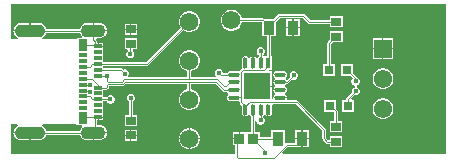
<source format=gtl>
G04*
G04 #@! TF.GenerationSoftware,Altium Limited,Altium Designer,21.2.2 (38)*
G04*
G04 Layer_Physical_Order=1*
G04 Layer_Color=255*
%FSLAX25Y25*%
%MOIN*%
G70*
G04*
G04 #@! TF.SameCoordinates,D102F6C4-1F96-4035-BECF-554025CD0FF2*
G04*
G04*
G04 #@! TF.FilePolarity,Positive*
G04*
G01*
G75*
%ADD15R,0.02756X0.01181*%
%ADD16R,0.02756X0.03937*%
%ADD17R,0.03394X0.02894*%
%ADD18R,0.09055X0.09055*%
G04:AMPARAMS|DCode=19|XSize=15.75mil|YSize=37.4mil|CornerRadius=7.87mil|HoleSize=0mil|Usage=FLASHONLY|Rotation=270.000|XOffset=0mil|YOffset=0mil|HoleType=Round|Shape=RoundedRectangle|*
%AMROUNDEDRECTD19*
21,1,0.01575,0.02165,0,0,270.0*
21,1,0.00000,0.03740,0,0,270.0*
1,1,0.01575,-0.01083,0.00000*
1,1,0.01575,-0.01083,0.00000*
1,1,0.01575,0.01083,0.00000*
1,1,0.01575,0.01083,0.00000*
%
%ADD19ROUNDEDRECTD19*%
G04:AMPARAMS|DCode=20|XSize=37.4mil|YSize=15.75mil|CornerRadius=7.87mil|HoleSize=0mil|Usage=FLASHONLY|Rotation=270.000|XOffset=0mil|YOffset=0mil|HoleType=Round|Shape=RoundedRectangle|*
%AMROUNDEDRECTD20*
21,1,0.03740,0.00000,0,0,270.0*
21,1,0.02165,0.01575,0,0,270.0*
1,1,0.01575,0.00000,-0.01083*
1,1,0.01575,0.00000,0.01083*
1,1,0.01575,0.00000,0.01083*
1,1,0.01575,0.00000,-0.01083*
%
%ADD20ROUNDEDRECTD20*%
%ADD21R,0.01575X0.03740*%
%ADD22R,0.03765X0.04749*%
%ADD23R,0.03347X0.02756*%
%ADD24R,0.03150X0.03150*%
%ADD25R,0.03563X0.03568*%
G04:AMPARAMS|DCode=27|XSize=43.31mil|YSize=82.68mil|CornerRadius=21.65mil|HoleSize=0mil|Usage=FLASHONLY|Rotation=270.000|XOffset=0mil|YOffset=0mil|HoleType=Round|Shape=RoundedRectangle|*
%AMROUNDEDRECTD27*
21,1,0.04331,0.03937,0,0,270.0*
21,1,0.00000,0.08268,0,0,270.0*
1,1,0.04331,-0.01968,0.00000*
1,1,0.04331,-0.01968,0.00000*
1,1,0.04331,0.01968,0.00000*
1,1,0.04331,0.01968,0.00000*
%
%ADD27ROUNDEDRECTD27*%
G04:AMPARAMS|DCode=28|XSize=43.31mil|YSize=102.36mil|CornerRadius=21.65mil|HoleSize=0mil|Usage=FLASHONLY|Rotation=270.000|XOffset=0mil|YOffset=0mil|HoleType=Round|Shape=RoundedRectangle|*
%AMROUNDEDRECTD28*
21,1,0.04331,0.05906,0,0,270.0*
21,1,0.00000,0.10236,0,0,270.0*
1,1,0.04331,-0.02953,0.00000*
1,1,0.04331,-0.02953,0.00000*
1,1,0.04331,0.02953,0.00000*
1,1,0.04331,0.02953,0.00000*
%
%ADD28ROUNDEDRECTD28*%
%ADD31C,0.06181*%
%ADD33C,0.00400*%
%ADD34R,0.06102X0.06102*%
%ADD35C,0.06102*%
%ADD36C,0.01772*%
G36*
X147500Y2500D02*
X93177D01*
X92986Y2962D01*
X94700Y4676D01*
X97889D01*
X98008Y4726D01*
X99371D01*
Y7300D01*
X97289D01*
Y5975D01*
X94431D01*
X94282Y5914D01*
X93782Y6248D01*
Y10274D01*
X89218D01*
Y8149D01*
X85546D01*
Y9684D01*
X83870D01*
Y13275D01*
X84349Y13326D01*
X84560Y12817D01*
X84950Y12427D01*
X85459Y12216D01*
X86010D01*
X86520Y12427D01*
X86910Y12817D01*
X87120Y13326D01*
Y13877D01*
X86910Y14387D01*
X86588Y14708D01*
X86584Y15091D01*
X86800Y15507D01*
X87329D01*
X87337Y15504D01*
X87483Y15286D01*
X87875Y15023D01*
X88339Y14931D01*
X88802Y15023D01*
X89195Y15286D01*
X89457Y15678D01*
X89549Y16142D01*
Y18307D01*
X89502Y18545D01*
X89829Y19045D01*
X97436D01*
X106251Y10231D01*
Y7600D01*
X106441Y7141D01*
X107501Y6080D01*
X107961Y5890D01*
X108750D01*
Y4761D01*
X112897D01*
Y8317D01*
X108750D01*
Y7189D01*
X108230D01*
X107549Y7869D01*
Y10500D01*
X107359Y10959D01*
X98165Y20154D01*
X97706Y20344D01*
X94796D01*
X94506Y20844D01*
X94529Y20961D01*
X92276D01*
Y21361D01*
X94529D01*
X94477Y21625D01*
X94214Y22017D01*
X93996Y22163D01*
X93993Y22171D01*
Y22711D01*
X93996Y22719D01*
X94214Y22864D01*
X94477Y23257D01*
X94569Y23720D01*
X94477Y24184D01*
X94214Y24577D01*
X93996Y24722D01*
X93993Y24730D01*
Y25270D01*
X93996Y25278D01*
X94214Y25423D01*
X94352Y25630D01*
X94451D01*
X94911Y25820D01*
X96356Y27265D01*
X96491Y27209D01*
X97043D01*
X97552Y27420D01*
X97942Y27810D01*
X98153Y28319D01*
Y28871D01*
X97942Y29380D01*
X97552Y29770D01*
X97043Y29981D01*
X96491D01*
X95982Y29770D01*
X95592Y29380D01*
X95381Y28871D01*
Y28319D01*
X95437Y28184D01*
X94459Y27205D01*
X94063Y27379D01*
X94046Y27870D01*
X94214Y27983D01*
X94477Y28375D01*
X94569Y28839D01*
X94477Y29302D01*
X94214Y29695D01*
X93822Y29957D01*
X93358Y30049D01*
X91193D01*
X90730Y29957D01*
X90337Y29695D01*
X90074Y29302D01*
X89982Y28839D01*
X90074Y28375D01*
X90337Y27983D01*
X90555Y27837D01*
X90558Y27829D01*
Y27289D01*
X90555Y27281D01*
X90337Y27136D01*
X90074Y26743D01*
X89982Y26280D01*
X90074Y25816D01*
X90337Y25423D01*
X90555Y25278D01*
X90558Y25270D01*
Y24730D01*
X90555Y24722D01*
X90337Y24577D01*
X90074Y24184D01*
X89982Y23720D01*
X90074Y23257D01*
X90337Y22864D01*
X90555Y22719D01*
X90558Y22711D01*
Y22171D01*
X90555Y22163D01*
X90337Y22017D01*
X90074Y21625D01*
X89982Y21161D01*
X89986Y21143D01*
X89560Y20740D01*
X89428Y20775D01*
Y24800D01*
X84500D01*
Y25200D01*
X89428D01*
Y29928D01*
X88662D01*
X88395Y30428D01*
X88447Y30505D01*
X89526D01*
Y35046D01*
X89149D01*
Y41726D01*
X90782D01*
Y46356D01*
X92277Y47851D01*
X99725D01*
X101574Y46001D01*
X102033Y45811D01*
X108927D01*
Y44683D01*
X113073D01*
Y48239D01*
X108927D01*
Y47110D01*
X102302D01*
X100453Y48959D01*
X99994Y49149D01*
X92008D01*
X91549Y48959D01*
X89864Y47274D01*
X87136D01*
X86951Y47459D01*
X86492Y47649D01*
X79440D01*
X79253Y48347D01*
X78793Y49143D01*
X78143Y49793D01*
X77347Y50253D01*
X76459Y50491D01*
X75541D01*
X74653Y50253D01*
X73857Y49793D01*
X73207Y49143D01*
X72747Y48347D01*
X72509Y47460D01*
Y46540D01*
X72747Y45653D01*
X73207Y44857D01*
X73857Y44207D01*
X74653Y43747D01*
X75541Y43509D01*
X76459D01*
X77347Y43747D01*
X78143Y44207D01*
X78793Y44857D01*
X79253Y45653D01*
X79440Y46351D01*
X86218D01*
Y41726D01*
X87851D01*
Y35046D01*
X87151D01*
Y35046D01*
X86651Y34942D01*
X86621Y34965D01*
X86592Y35160D01*
X86609Y35538D01*
X86936Y35865D01*
X87147Y36374D01*
Y36926D01*
X86936Y37435D01*
X86546Y37825D01*
X86037Y38036D01*
X85486D01*
X84976Y37825D01*
X84586Y37435D01*
X84375Y36926D01*
Y36374D01*
X84586Y35865D01*
X84976Y35475D01*
X85130Y35411D01*
Y34852D01*
X84923Y34714D01*
X84778Y34496D01*
X84770Y34493D01*
X84230D01*
X84222Y34496D01*
X84076Y34714D01*
X83684Y34977D01*
X83420Y35029D01*
Y32776D01*
X83021D01*
Y35029D01*
X82757Y34977D01*
X82364Y34714D01*
X82219Y34496D01*
X82211Y34493D01*
X81671D01*
X81663Y34496D01*
X81517Y34714D01*
X81125Y34977D01*
X80661Y35069D01*
X80198Y34977D01*
X79805Y34714D01*
X79543Y34322D01*
X79451Y33858D01*
Y31693D01*
X79543Y31230D01*
X79571Y31188D01*
X79443Y30765D01*
X78913Y30235D01*
X78879Y30152D01*
X78270Y29957D01*
X77807Y30049D01*
X75642D01*
X75178Y29957D01*
X74786Y29695D01*
X74648Y29488D01*
X73229D01*
Y29704D01*
X73018Y30213D01*
X72629Y30603D01*
X72119Y30814D01*
X71568D01*
X71059Y30603D01*
X70669Y30213D01*
X70458Y29704D01*
Y29153D01*
X70669Y28643D01*
X70828Y28484D01*
X70621Y27984D01*
X62649D01*
Y30060D01*
X63347Y30247D01*
X64143Y30707D01*
X64793Y31357D01*
X65253Y32153D01*
X65491Y33040D01*
Y33959D01*
X65253Y34847D01*
X64793Y35643D01*
X64143Y36293D01*
X63347Y36753D01*
X62459Y36991D01*
X61541D01*
X60653Y36753D01*
X59857Y36293D01*
X59207Y35643D01*
X58747Y34847D01*
X58509Y33959D01*
Y33040D01*
X58747Y32153D01*
X59207Y31357D01*
X59857Y30707D01*
X60653Y30247D01*
X61351Y30060D01*
Y28003D01*
X61331Y27984D01*
X41851D01*
X41714Y28197D01*
X41603Y28484D01*
X41786Y28924D01*
Y29476D01*
X41575Y29985D01*
X41185Y30375D01*
X40676Y30586D01*
X40124D01*
X39989Y30530D01*
X39622Y30896D01*
X39163Y31087D01*
X33353D01*
Y31756D01*
X47905D01*
X48365Y31946D01*
X60027Y43609D01*
X60653Y43247D01*
X61541Y43009D01*
X62459D01*
X63347Y43247D01*
X64143Y43707D01*
X64793Y44357D01*
X65253Y45153D01*
X65491Y46040D01*
Y46959D01*
X65253Y47847D01*
X64793Y48643D01*
X64143Y49293D01*
X63347Y49753D01*
X62459Y49991D01*
X61541D01*
X60653Y49753D01*
X59857Y49293D01*
X59207Y48643D01*
X58747Y47847D01*
X58509Y46959D01*
Y46040D01*
X58747Y45153D01*
X59109Y44527D01*
X47637Y33055D01*
X33353D01*
Y35352D01*
Y38111D01*
X31575D01*
Y38311D01*
X31375D01*
Y39302D01*
X31046D01*
Y39979D01*
X30856Y40438D01*
X31081Y40920D01*
X31929D01*
X32599Y41009D01*
X33223Y41267D01*
X33759Y41678D01*
X34170Y42214D01*
X34429Y42838D01*
X34490Y43308D01*
X29961D01*
Y43508D01*
X29761D01*
Y46095D01*
X27992D01*
X27322Y46007D01*
X26698Y45749D01*
X26162Y45338D01*
X25751Y44802D01*
X25493Y44178D01*
X25490Y44157D01*
X14313D01*
X14310Y44178D01*
X14052Y44802D01*
X13641Y45338D01*
X13105Y45749D01*
X12481Y46007D01*
X11811Y46095D01*
X9058D01*
Y43508D01*
X8858D01*
Y43308D01*
X3344D01*
X3406Y42838D01*
X3665Y42214D01*
X4076Y41678D01*
X4612Y41267D01*
X4743Y41213D01*
X4643Y40713D01*
X2500D01*
Y52500D01*
X147500D01*
Y2500D01*
D02*
G37*
G36*
X25493Y42838D02*
X25751Y42214D01*
X26162Y41678D01*
X26299Y41573D01*
X26130Y41073D01*
X24679D01*
Y41001D01*
X24179Y40694D01*
X24134Y40713D01*
X13073D01*
X12974Y41213D01*
X13105Y41267D01*
X13641Y41678D01*
X14052Y42214D01*
X14310Y42838D01*
X14313Y42858D01*
X25490D01*
X25493Y42838D01*
D02*
G37*
G36*
X73220Y23261D02*
X73680Y23071D01*
X74648D01*
X74786Y22864D01*
X75004Y22719D01*
X75007Y22711D01*
Y22171D01*
X75004Y22163D01*
X74786Y22017D01*
X74523Y21625D01*
X74431Y21161D01*
X74523Y20698D01*
X74786Y20305D01*
X75178Y20043D01*
X75642Y19951D01*
X77807D01*
X78223Y20033D01*
X78305Y20020D01*
X78723Y19744D01*
Y19596D01*
X78913Y19137D01*
X79499Y18551D01*
X79451Y18307D01*
Y16142D01*
X79543Y15678D01*
X79805Y15286D01*
X80198Y15023D01*
X80661Y14931D01*
X81125Y15023D01*
X81517Y15286D01*
X81663Y15504D01*
X81671Y15507D01*
X82211D01*
X82219Y15504D01*
X82364Y15286D01*
X82571Y15148D01*
Y9684D01*
X81183D01*
Y9684D01*
X80817D01*
Y9684D01*
X78836D01*
Y7500D01*
X78636D01*
Y7300D01*
X76454D01*
Y5316D01*
X77351D01*
Y2500D01*
X2500D01*
Y12288D01*
X4645D01*
X4744Y11788D01*
X4612Y11733D01*
X4076Y11322D01*
X3665Y10786D01*
X3406Y10162D01*
X3344Y9692D01*
X8858D01*
Y9492D01*
X9058D01*
Y6905D01*
X11811D01*
X12481Y6993D01*
X13105Y7251D01*
X13641Y7662D01*
X14052Y8198D01*
X14310Y8822D01*
X14313Y8843D01*
X25490D01*
X25493Y8822D01*
X25751Y8198D01*
X26162Y7662D01*
X26698Y7251D01*
X27322Y6993D01*
X27992Y6905D01*
X29761D01*
Y9492D01*
X29961D01*
Y9692D01*
X34490D01*
X34429Y10162D01*
X34170Y10786D01*
X33759Y11322D01*
X33223Y11733D01*
X32599Y11992D01*
X31929Y12080D01*
X31046D01*
Y13698D01*
X31375D01*
Y14689D01*
X31575D01*
Y14889D01*
X33353D01*
Y15667D01*
Y19945D01*
X34453D01*
X34503Y19823D01*
X34893Y19433D01*
X35403Y19222D01*
X35954D01*
X36463Y19433D01*
X36853Y19823D01*
X37064Y20333D01*
Y20884D01*
X36853Y21393D01*
X36463Y21783D01*
X35954Y21994D01*
X35403D01*
X34893Y21783D01*
X34503Y21393D01*
X34441Y21244D01*
X33353D01*
Y23882D01*
X34366D01*
X34825Y24072D01*
X35059Y24307D01*
X35249Y24766D01*
Y25051D01*
X39731D01*
X40191Y25241D01*
X40835Y25885D01*
X61331D01*
X61351Y25865D01*
Y23940D01*
X60653Y23753D01*
X59857Y23293D01*
X59207Y22643D01*
X58747Y21847D01*
X58509Y20959D01*
Y20041D01*
X58747Y19153D01*
X59207Y18357D01*
X59857Y17707D01*
X60653Y17247D01*
X61541Y17009D01*
X62459D01*
X63347Y17247D01*
X64143Y17707D01*
X64793Y18357D01*
X65253Y19153D01*
X65491Y20041D01*
Y20959D01*
X65253Y21847D01*
X64793Y22643D01*
X64143Y23293D01*
X63347Y23753D01*
X62649Y23940D01*
Y25885D01*
X70597D01*
X73220Y23261D01*
D02*
G37*
G36*
X24679Y12000D02*
Y11927D01*
X26130D01*
X26299Y11427D01*
X26162Y11322D01*
X25751Y10786D01*
X25493Y10162D01*
X25490Y10142D01*
X14313D01*
X14310Y10162D01*
X14052Y10786D01*
X13641Y11322D01*
X13105Y11733D01*
X12972Y11788D01*
X13072Y12288D01*
X24134D01*
X24179Y12306D01*
X24679Y12000D01*
D02*
G37*
%LPC*%
G36*
X98853Y47274D02*
X96771D01*
Y44700D01*
X98853D01*
Y47274D01*
D02*
G37*
G36*
X96371D02*
X94289D01*
Y44700D01*
X96371D01*
Y47274D01*
D02*
G37*
G36*
X44597Y45847D02*
X42700D01*
Y44200D01*
X44597D01*
Y45847D01*
D02*
G37*
G36*
X42300D02*
X40403D01*
Y44200D01*
X42300D01*
Y45847D01*
D02*
G37*
G36*
X31929Y46095D02*
X30161D01*
Y43708D01*
X34490D01*
X34429Y44178D01*
X34170Y44802D01*
X33759Y45338D01*
X33223Y45749D01*
X32599Y46007D01*
X31929Y46095D01*
D02*
G37*
G36*
X8658D02*
X5906D01*
X5236Y46007D01*
X4612Y45749D01*
X4076Y45338D01*
X3665Y44802D01*
X3406Y44178D01*
X3344Y43708D01*
X8658D01*
Y46095D01*
D02*
G37*
G36*
X44597Y43800D02*
X42700D01*
Y42153D01*
X44597D01*
Y43800D01*
D02*
G37*
G36*
X42300D02*
X40403D01*
Y42153D01*
X42300D01*
Y43800D01*
D02*
G37*
G36*
X98853Y44300D02*
X96771D01*
Y41726D01*
X98853D01*
Y44300D01*
D02*
G37*
G36*
X96371D02*
X94289D01*
Y41726D01*
X96371D01*
Y44300D01*
D02*
G37*
G36*
X33353Y39302D02*
X31775D01*
Y38511D01*
X33353D01*
Y39302D01*
D02*
G37*
G36*
X129951Y40951D02*
X126700D01*
Y37700D01*
X129951D01*
Y40951D01*
D02*
G37*
G36*
X126300D02*
X123049D01*
Y37700D01*
X126300D01*
Y40951D01*
D02*
G37*
G36*
X44597Y41001D02*
X40403D01*
Y37308D01*
X41294D01*
X41387Y37126D01*
X41448Y36808D01*
X41125Y36485D01*
X40914Y35976D01*
Y35424D01*
X41125Y34915D01*
X41515Y34525D01*
X42024Y34314D01*
X42576D01*
X43085Y34525D01*
X43475Y34915D01*
X43686Y35424D01*
Y35976D01*
X43475Y36485D01*
X43152Y36808D01*
X43213Y37126D01*
X43306Y37308D01*
X44597D01*
Y41001D01*
D02*
G37*
G36*
X129951Y37300D02*
X126700D01*
Y34049D01*
X129951D01*
Y37300D01*
D02*
G37*
G36*
X126300D02*
X123049D01*
Y34049D01*
X126300D01*
Y37300D01*
D02*
G37*
G36*
X113073Y43317D02*
X108927D01*
Y40680D01*
X108088Y39841D01*
X107898Y39382D01*
Y32475D01*
X106572D01*
Y28525D01*
X110522D01*
Y32475D01*
X109197D01*
Y39113D01*
X109845Y39761D01*
X113073D01*
Y43317D01*
D02*
G37*
G36*
X126954Y30951D02*
X126046D01*
X125168Y30716D01*
X124381Y30262D01*
X123738Y29619D01*
X123284Y28832D01*
X123049Y27954D01*
Y27046D01*
X123284Y26168D01*
X123738Y25381D01*
X124381Y24738D01*
X125168Y24284D01*
X126046Y24049D01*
X126954D01*
X127832Y24284D01*
X128619Y24738D01*
X129262Y25381D01*
X129716Y26168D01*
X129951Y27046D01*
Y27954D01*
X129716Y28832D01*
X129262Y29619D01*
X128619Y30262D01*
X127832Y30716D01*
X126954Y30951D01*
D02*
G37*
G36*
X116428Y32475D02*
X112478D01*
Y28525D01*
X115509D01*
X116437Y27597D01*
X116225Y27385D01*
X116014Y26876D01*
Y26324D01*
X116225Y25815D01*
X116615Y25425D01*
X117122Y25215D01*
X117124Y25205D01*
X117129Y24714D01*
X116714Y24542D01*
X116324Y24152D01*
X116113Y23643D01*
Y23092D01*
X116169Y22956D01*
X114446Y21233D01*
X114256Y20774D01*
Y20475D01*
X112931D01*
Y16525D01*
X116880D01*
Y20475D01*
X116232D01*
X116025Y20975D01*
X117088Y22038D01*
X117223Y21982D01*
X117774D01*
X118284Y22193D01*
X118674Y22582D01*
X118885Y23092D01*
Y23643D01*
X118674Y24152D01*
X118284Y24542D01*
X117777Y24752D01*
X117774Y24763D01*
X117770Y25253D01*
X118185Y25425D01*
X118575Y25815D01*
X118786Y26324D01*
Y26876D01*
X118575Y27385D01*
X118185Y27775D01*
X117725Y27966D01*
X117597Y28274D01*
X116428Y29444D01*
Y32475D01*
D02*
G37*
G36*
X126954Y20951D02*
X126046D01*
X125168Y20716D01*
X124381Y20262D01*
X123738Y19619D01*
X123284Y18832D01*
X123049Y17954D01*
Y17046D01*
X123284Y16168D01*
X123738Y15381D01*
X124381Y14738D01*
X125168Y14284D01*
X126046Y14049D01*
X126954D01*
X127832Y14284D01*
X128619Y14738D01*
X129262Y15381D01*
X129716Y16168D01*
X129951Y17046D01*
Y17954D01*
X129716Y18832D01*
X129262Y19619D01*
X128619Y20262D01*
X127832Y20716D01*
X126954Y20951D01*
D02*
G37*
G36*
X110975Y20475D02*
X107025D01*
Y16525D01*
X110056D01*
X110174Y16408D01*
Y13239D01*
X108750D01*
Y9683D01*
X112897D01*
Y13239D01*
X111473D01*
Y16677D01*
X111283Y17136D01*
X110975Y17444D01*
Y20475D01*
D02*
G37*
G36*
X101853Y10274D02*
X99771D01*
Y7700D01*
X101853D01*
Y10274D01*
D02*
G37*
G36*
X99371D02*
X97289D01*
Y7700D01*
X99371D01*
Y10274D01*
D02*
G37*
G36*
X101853Y7300D02*
X99771D01*
Y4726D01*
X101853D01*
Y7300D01*
D02*
G37*
G36*
X33353Y14489D02*
X31775D01*
Y13698D01*
X33353D01*
Y14489D01*
D02*
G37*
G36*
X42776Y22486D02*
X42224D01*
X41715Y22275D01*
X41325Y21885D01*
X41114Y21376D01*
Y20824D01*
X41325Y20315D01*
X41715Y19925D01*
X41851Y19869D01*
Y15347D01*
X40403D01*
Y11653D01*
X44597D01*
Y15347D01*
X43149D01*
Y19869D01*
X43285Y19925D01*
X43675Y20315D01*
X43886Y20824D01*
Y21376D01*
X43675Y21885D01*
X43285Y22275D01*
X42776Y22486D01*
D02*
G37*
G36*
X44597Y10501D02*
X42700D01*
Y8854D01*
X44597D01*
Y10501D01*
D02*
G37*
G36*
X42300D02*
X40403D01*
Y8854D01*
X42300D01*
Y10501D01*
D02*
G37*
G36*
X78436Y9684D02*
X76454D01*
Y7700D01*
X78436D01*
Y9684D01*
D02*
G37*
G36*
X62459Y10991D02*
X62200D01*
Y7700D01*
X65491D01*
Y7959D01*
X65253Y8847D01*
X64793Y9643D01*
X64143Y10293D01*
X63347Y10753D01*
X62459Y10991D01*
D02*
G37*
G36*
X61800D02*
X61541D01*
X60653Y10753D01*
X59857Y10293D01*
X59207Y9643D01*
X58747Y8847D01*
X58509Y7959D01*
Y7700D01*
X61800D01*
Y10991D01*
D02*
G37*
G36*
X34490Y9292D02*
X30161D01*
Y6905D01*
X31929D01*
X32599Y6993D01*
X33223Y7251D01*
X33759Y7662D01*
X34170Y8198D01*
X34429Y8822D01*
X34490Y9292D01*
D02*
G37*
G36*
X8658D02*
X3344D01*
X3406Y8822D01*
X3665Y8198D01*
X4076Y7662D01*
X4612Y7251D01*
X5236Y6993D01*
X5906Y6905D01*
X8658D01*
Y9292D01*
D02*
G37*
G36*
X44597Y8454D02*
X42700D01*
Y6808D01*
X44597D01*
Y8454D01*
D02*
G37*
G36*
X42300D02*
X40403D01*
Y6808D01*
X42300D01*
Y8454D01*
D02*
G37*
G36*
X65491Y7300D02*
X62200D01*
Y4009D01*
X62459D01*
X63347Y4247D01*
X64143Y4707D01*
X64793Y5357D01*
X65253Y6153D01*
X65491Y7040D01*
Y7300D01*
D02*
G37*
G36*
X61800D02*
X58509D01*
Y7040D01*
X58747Y6153D01*
X59207Y5357D01*
X59857Y4707D01*
X60653Y4247D01*
X61541Y4009D01*
X61800D01*
Y7300D01*
D02*
G37*
%LPD*%
D15*
X31575Y24532D02*
D03*
Y28468D02*
D03*
Y38311D02*
D03*
Y36342D02*
D03*
Y34374D02*
D03*
Y32405D02*
D03*
Y30437D02*
D03*
Y22563D02*
D03*
Y20595D02*
D03*
Y18626D02*
D03*
Y16657D02*
D03*
Y14689D02*
D03*
X26457Y17642D02*
D03*
Y19610D02*
D03*
Y21579D02*
D03*
Y23547D02*
D03*
Y25516D02*
D03*
Y27484D02*
D03*
Y29453D02*
D03*
Y31421D02*
D03*
Y33390D02*
D03*
Y35358D02*
D03*
D16*
Y38705D02*
D03*
Y14295D02*
D03*
D17*
X42500Y8654D02*
D03*
Y13500D02*
D03*
Y44000D02*
D03*
Y39154D02*
D03*
D18*
X84500Y25000D02*
D03*
D19*
X92276Y28839D02*
D03*
Y26280D02*
D03*
Y23720D02*
D03*
Y21161D02*
D03*
X76724D02*
D03*
Y23720D02*
D03*
Y26280D02*
D03*
Y28839D02*
D03*
D20*
X88339Y17224D02*
D03*
X85780D02*
D03*
X83220D02*
D03*
X80661D02*
D03*
Y32776D02*
D03*
X83220D02*
D03*
X85780D02*
D03*
D21*
X88339D02*
D03*
D22*
X99571Y7500D02*
D03*
X91500D02*
D03*
X96571Y44500D02*
D03*
X88500D02*
D03*
D23*
X111000Y41539D02*
D03*
Y46461D02*
D03*
X110823Y11461D02*
D03*
Y6539D02*
D03*
D24*
X108547Y30500D02*
D03*
X114453D02*
D03*
X109000Y18500D02*
D03*
X114906D02*
D03*
D25*
X83364Y7500D02*
D03*
X78636D02*
D03*
D27*
X29961Y43508D02*
D03*
Y9492D02*
D03*
D28*
X8858Y43508D02*
D03*
Y9492D02*
D03*
D31*
X76000Y47000D02*
D03*
X62000Y33500D02*
D03*
Y7500D02*
D03*
Y20500D02*
D03*
Y46500D02*
D03*
D33*
X78000Y1500D02*
Y6864D01*
X78636Y7500D01*
X97889Y5326D02*
X99571Y7008D01*
X94431Y5326D02*
X97889D01*
X90319Y1214D02*
X94431Y5326D01*
X99571Y7008D02*
Y7500D01*
X78286Y1214D02*
X90319D01*
X78000Y1500D02*
X78286Y1214D01*
X35664Y20595D02*
X35678Y20608D01*
X31575Y20595D02*
X35664D01*
X8858Y9492D02*
X29961D01*
X8858Y43508D02*
X29961D01*
X30394Y38705D02*
X30397Y38702D01*
X30787Y38311D01*
X30397Y38702D02*
Y39979D01*
X30787Y38311D02*
X31575D01*
X29961Y40415D02*
X30397Y39979D01*
X29961Y40415D02*
Y43508D01*
X26457Y38705D02*
X30394D01*
X26850Y14689D02*
X30787D01*
X31575D01*
X30397Y14298D02*
X30787Y14689D01*
X30397Y9928D02*
Y14298D01*
X29961Y9492D02*
X30397Y9928D01*
X26457Y14295D02*
X26850Y14689D01*
X31591Y28484D02*
X34484D01*
X34500Y28500D01*
X31575Y28468D02*
X31591Y28484D01*
X47905Y32405D02*
X62000Y46500D01*
X31575Y32405D02*
X47905D01*
X83364Y7498D02*
X87037Y3825D01*
Y3063D02*
Y3825D01*
X83364Y7498D02*
Y7500D01*
X87037Y3063D02*
X87300Y2800D01*
X107961Y6539D02*
X110823D01*
X106900Y7600D02*
X107961Y6539D01*
X106900Y7600D02*
Y10500D01*
X97706Y19694D02*
X106900Y10500D01*
X82049Y19694D02*
X97706D01*
X80661Y18307D02*
X82049Y19694D01*
X80661Y17224D02*
Y18307D01*
X79372Y19596D02*
X80661Y18307D01*
X79372Y19596D02*
Y21872D01*
X76724Y21161D02*
X76949Y21386D01*
X78886D01*
X79372Y21872D01*
Y29776D01*
X79902Y30305D01*
X86951D01*
X88339Y31693D01*
Y32776D01*
X88500Y44500D02*
Y44992D01*
X92008Y48500D01*
X99994D02*
X102033Y46461D01*
X92008Y48500D02*
X99994D01*
X102033Y46461D02*
X111000D01*
X86492Y47000D02*
X88500Y44992D01*
X76000Y47000D02*
X86492D01*
X88500Y32937D02*
Y44500D01*
X88339Y32776D02*
X88500Y32937D01*
X42500Y13500D02*
Y21100D01*
X39163Y30437D02*
X40400Y29200D01*
X31575Y30437D02*
X39163D01*
X42300Y35700D02*
Y38954D01*
X42500Y39154D01*
X26457Y23547D02*
X26649Y23355D01*
X28609D01*
X28801Y23162D01*
X83220Y7644D02*
Y17224D01*
Y7644D02*
X83364Y7500D01*
X91500D01*
X109000Y18500D02*
X110823Y16677D01*
Y11461D02*
Y16677D01*
X110705Y41539D02*
X111000D01*
X108547Y30500D02*
Y39382D01*
X110705Y41539D01*
X94451Y26280D02*
X96767Y28595D01*
X92276Y26280D02*
X94451D01*
X85761Y36650D02*
X85780Y36632D01*
Y32776D02*
Y36632D01*
X85735Y13602D02*
X85780Y13647D01*
Y17224D01*
X71844Y29428D02*
X72433Y28839D01*
X76724D01*
X114906Y20774D02*
X117499Y23367D01*
X114906Y18500D02*
Y20774D01*
X117138Y26862D02*
Y27815D01*
X114453Y30500D02*
X117138Y27815D01*
Y26862D02*
X117400Y26600D01*
X26457Y21579D02*
X28719D01*
X29597Y20701D01*
X31468D01*
X31575Y20595D01*
X28719Y31421D02*
X29597Y32299D01*
X31468D01*
X26457Y31421D02*
X28719D01*
X31468Y32299D02*
X31575Y32405D01*
X61600Y26534D02*
X70866D01*
X40566D02*
X61600D01*
X29516Y27484D02*
X32469Y24532D01*
X61600Y27334D02*
X71197D01*
X40234D02*
X61600D01*
X70866Y26534D02*
X73000Y24400D01*
X39731Y25700D02*
X40566Y26534D01*
X34834Y25700D02*
X39731D01*
X73680Y23720D02*
X76724D01*
X73000Y24400D02*
X73680Y23720D01*
X34600Y25466D02*
X34834Y25700D01*
X34600Y24766D02*
Y25466D01*
X26457Y27484D02*
X29516D01*
X34366Y24532D02*
X34600Y24766D01*
X32469Y24532D02*
X34366D01*
X31575D02*
X32469D01*
X39400Y26500D02*
X40234Y27334D01*
X34500Y26734D02*
X34734Y26500D01*
X39400D01*
X74328Y24966D02*
X75642Y26280D01*
X76724D01*
X71197Y27334D02*
X73566Y24966D01*
X74328D01*
X34500Y26734D02*
Y28500D01*
X28863Y25528D02*
X28875Y25539D01*
X26469Y25528D02*
X28863D01*
X26457Y25516D02*
X26469Y25528D01*
X61600Y26534D02*
X62000Y26134D01*
Y20500D02*
Y26134D01*
Y27734D02*
Y33500D01*
X61600Y27334D02*
X62000Y27734D01*
D34*
X126500Y37500D02*
D03*
D35*
Y27500D02*
D03*
Y17500D02*
D03*
D36*
X35678Y20608D02*
D03*
X87300Y2800D02*
D03*
X42500Y21100D02*
D03*
X40400Y29200D02*
D03*
X42300Y35700D02*
D03*
X28801Y23162D02*
D03*
X96767Y28595D02*
D03*
X85761Y36650D02*
D03*
X85735Y13602D02*
D03*
X71844Y29428D02*
D03*
X117499Y23367D02*
D03*
X117400Y26600D02*
D03*
X34500Y28500D02*
D03*
X28875Y25539D02*
D03*
M02*

</source>
